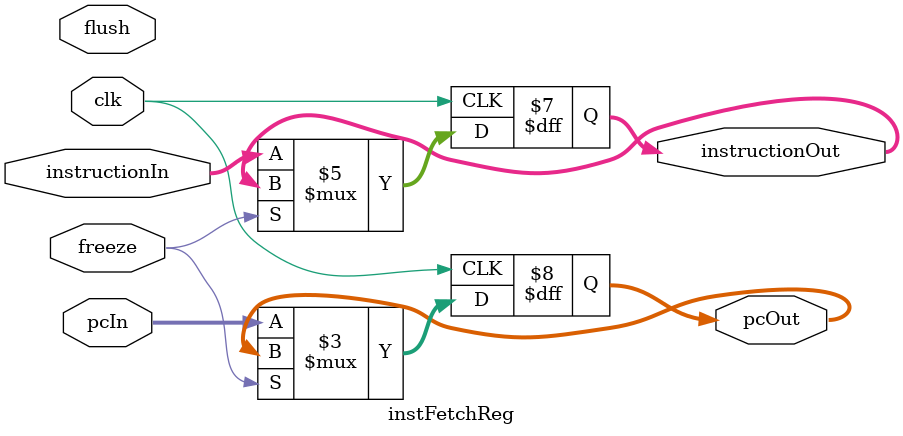
<source format=sv>
`timescale 1ns/1ns

module instFetchReg (
	input flush, freeze, clk,
	input [31:0] instructionIn, pcIn,
	output reg [31:0] instructionOut, pcOut
);

	always@(posedge clk)begin
		if(~freeze)begin
			instructionOut <= instructionIn;
			pcOut <= pcIn;	
		end
	end
endmodule


</source>
